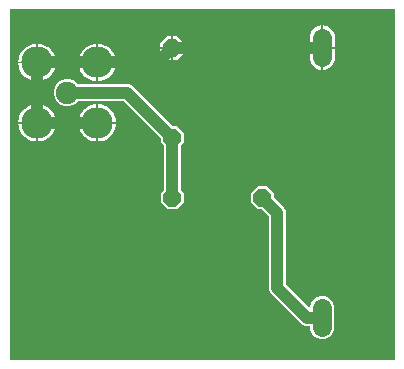
<source format=gbr>
G04 EAGLE Gerber RS-274X export*
G75*
%MOMM*%
%FSLAX34Y34*%
%LPD*%
%INTop Copper*%
%IPPOS*%
%AMOC8*
5,1,8,0,0,1.08239X$1,22.5*%
G01*
%ADD10P,1.649562X8X112.500000*%
%ADD11P,1.649562X8X22.500000*%
%ADD12C,1.625600*%
%ADD13C,1.905000*%
%ADD14C,2.667000*%
%ADD15C,1.016000*%

G36*
X327637Y2044D02*
X327637Y2044D01*
X327688Y2046D01*
X327720Y2064D01*
X327756Y2072D01*
X327795Y2105D01*
X327840Y2129D01*
X327861Y2159D01*
X327889Y2182D01*
X327910Y2229D01*
X327940Y2271D01*
X327948Y2313D01*
X327960Y2341D01*
X327959Y2371D01*
X327967Y2413D01*
X327967Y299087D01*
X327956Y299137D01*
X327954Y299188D01*
X327936Y299220D01*
X327928Y299256D01*
X327895Y299295D01*
X327871Y299340D01*
X327841Y299361D01*
X327818Y299389D01*
X327771Y299410D01*
X327729Y299440D01*
X327687Y299448D01*
X327659Y299460D01*
X327629Y299459D01*
X327587Y299467D01*
X2413Y299467D01*
X2363Y299456D01*
X2312Y299454D01*
X2280Y299436D01*
X2244Y299428D01*
X2205Y299395D01*
X2160Y299371D01*
X2139Y299341D01*
X2111Y299318D01*
X2090Y299271D01*
X2060Y299229D01*
X2052Y299187D01*
X2040Y299159D01*
X2041Y299129D01*
X2033Y299087D01*
X2033Y2413D01*
X2044Y2363D01*
X2046Y2312D01*
X2064Y2280D01*
X2072Y2244D01*
X2105Y2205D01*
X2129Y2160D01*
X2159Y2139D01*
X2182Y2111D01*
X2229Y2090D01*
X2271Y2060D01*
X2313Y2052D01*
X2341Y2040D01*
X2371Y2041D01*
X2413Y2033D01*
X327587Y2033D01*
X327637Y2044D01*
G37*
%LPC*%
G36*
X135702Y130047D02*
X135702Y130047D01*
X130047Y135702D01*
X130047Y143698D01*
X132476Y146127D01*
X132516Y146192D01*
X132560Y146254D01*
X132562Y146266D01*
X132567Y146274D01*
X132571Y146311D01*
X132587Y146396D01*
X132587Y183804D01*
X132575Y183856D01*
X132574Y183893D01*
X132564Y183910D01*
X132557Y183953D01*
X132550Y183963D01*
X132548Y183973D01*
X132524Y184002D01*
X132476Y184073D01*
X130047Y186502D01*
X130047Y189936D01*
X130030Y190010D01*
X130017Y190085D01*
X130010Y190095D01*
X130008Y190105D01*
X129984Y190134D01*
X129936Y190205D01*
X98765Y221376D01*
X98701Y221416D01*
X98639Y221460D01*
X98626Y221462D01*
X98618Y221467D01*
X98581Y221471D01*
X98496Y221487D01*
X60190Y221487D01*
X60116Y221470D01*
X60041Y221457D01*
X60031Y221450D01*
X60021Y221448D01*
X59992Y221424D01*
X59921Y221376D01*
X57347Y218802D01*
X53099Y217042D01*
X48501Y217042D01*
X44253Y218802D01*
X41002Y222053D01*
X39242Y226301D01*
X39242Y230899D01*
X41002Y235147D01*
X44253Y238398D01*
X48501Y240158D01*
X53099Y240158D01*
X57347Y238398D01*
X59921Y235824D01*
X59986Y235784D01*
X60048Y235740D01*
X60060Y235738D01*
X60068Y235733D01*
X60105Y235729D01*
X60190Y235713D01*
X103015Y235713D01*
X105629Y234630D01*
X139995Y200264D01*
X140059Y200224D01*
X140121Y200180D01*
X140134Y200178D01*
X140142Y200173D01*
X140179Y200169D01*
X140264Y200153D01*
X143698Y200153D01*
X149353Y194498D01*
X149353Y186502D01*
X146924Y184073D01*
X146895Y184027D01*
X146891Y184023D01*
X146885Y184009D01*
X146884Y184008D01*
X146840Y183946D01*
X146838Y183934D01*
X146833Y183926D01*
X146829Y183889D01*
X146828Y183884D01*
X146820Y183865D01*
X146820Y183844D01*
X146813Y183804D01*
X146813Y146396D01*
X146830Y146322D01*
X146843Y146247D01*
X146850Y146237D01*
X146852Y146227D01*
X146876Y146198D01*
X146924Y146127D01*
X149353Y143698D01*
X149353Y135702D01*
X143698Y130047D01*
X135702Y130047D01*
G37*
%LPD*%
%LPC*%
G36*
X264679Y19811D02*
X264679Y19811D01*
X260944Y21358D01*
X258086Y24216D01*
X256539Y27951D01*
X256539Y30607D01*
X256528Y30657D01*
X256526Y30708D01*
X256508Y30740D01*
X256500Y30776D01*
X256467Y30815D01*
X256443Y30860D01*
X256413Y30881D01*
X256390Y30909D01*
X256343Y30930D01*
X256301Y30960D01*
X256259Y30968D01*
X256231Y30980D01*
X256201Y30979D01*
X256159Y30987D01*
X252585Y30987D01*
X249971Y32070D01*
X222570Y59471D01*
X221487Y62085D01*
X221487Y123896D01*
X221470Y123970D01*
X221457Y124045D01*
X221450Y124055D01*
X221448Y124065D01*
X221424Y124094D01*
X221376Y124165D01*
X215605Y129936D01*
X215541Y129976D01*
X215479Y130020D01*
X215467Y130022D01*
X215458Y130027D01*
X215421Y130031D01*
X215336Y130047D01*
X211902Y130047D01*
X206247Y135702D01*
X206247Y143698D01*
X211902Y149353D01*
X219898Y149353D01*
X225553Y143698D01*
X225553Y140264D01*
X225570Y140190D01*
X225583Y140115D01*
X225590Y140105D01*
X225592Y140095D01*
X225616Y140066D01*
X225664Y139995D01*
X232576Y133083D01*
X234630Y131029D01*
X235713Y128415D01*
X235713Y66604D01*
X235730Y66530D01*
X235743Y66455D01*
X235750Y66445D01*
X235752Y66435D01*
X235776Y66406D01*
X235824Y66335D01*
X255890Y46269D01*
X255912Y46255D01*
X255928Y46235D01*
X255985Y46210D01*
X256037Y46177D01*
X256063Y46175D01*
X256087Y46164D01*
X256148Y46167D01*
X256210Y46161D01*
X256234Y46170D01*
X256260Y46171D01*
X256314Y46200D01*
X256372Y46222D01*
X256389Y46241D01*
X256412Y46254D01*
X256447Y46304D01*
X256489Y46350D01*
X256497Y46374D01*
X256512Y46395D01*
X256528Y46480D01*
X256539Y46516D01*
X256537Y46526D01*
X256539Y46538D01*
X256539Y48249D01*
X258086Y51984D01*
X260944Y54842D01*
X264679Y56389D01*
X268721Y56389D01*
X272456Y54842D01*
X275314Y51984D01*
X276861Y48249D01*
X276861Y27951D01*
X275314Y24216D01*
X272456Y21358D01*
X268721Y19811D01*
X264679Y19811D01*
G37*
%LPD*%
%LPC*%
G36*
X77060Y203862D02*
X77060Y203862D01*
X77060Y218977D01*
X77340Y218977D01*
X79403Y218705D01*
X81413Y218166D01*
X83336Y217370D01*
X85138Y216329D01*
X86789Y215063D01*
X88261Y213591D01*
X89527Y211940D01*
X90568Y210138D01*
X91364Y208215D01*
X91903Y206205D01*
X92175Y204142D01*
X92175Y203862D01*
X77060Y203862D01*
G37*
%LPD*%
%LPC*%
G36*
X77060Y254860D02*
X77060Y254860D01*
X77060Y269975D01*
X77340Y269975D01*
X79403Y269703D01*
X81413Y269164D01*
X83336Y268368D01*
X85138Y267327D01*
X86789Y266061D01*
X88261Y264589D01*
X89527Y262938D01*
X90568Y261136D01*
X91364Y259213D01*
X91903Y257203D01*
X92175Y255140D01*
X92175Y254860D01*
X77060Y254860D01*
G37*
%LPD*%
%LPC*%
G36*
X26062Y254860D02*
X26062Y254860D01*
X26062Y269975D01*
X26342Y269975D01*
X28405Y269703D01*
X30415Y269164D01*
X32338Y268368D01*
X34140Y267327D01*
X35791Y266061D01*
X37263Y264589D01*
X38529Y262938D01*
X39570Y261136D01*
X40366Y259213D01*
X40905Y257203D01*
X41177Y255140D01*
X41177Y254860D01*
X26062Y254860D01*
G37*
%LPD*%
%LPC*%
G36*
X26062Y203862D02*
X26062Y203862D01*
X26062Y218977D01*
X26342Y218977D01*
X28405Y218705D01*
X30415Y218166D01*
X32338Y217370D01*
X34140Y216329D01*
X35791Y215063D01*
X37263Y213591D01*
X38529Y211940D01*
X39570Y210138D01*
X40366Y208215D01*
X40905Y206205D01*
X41177Y204142D01*
X41177Y203862D01*
X26062Y203862D01*
G37*
%LPD*%
%LPC*%
G36*
X60423Y203862D02*
X60423Y203862D01*
X60423Y204142D01*
X60695Y206205D01*
X61234Y208215D01*
X62030Y210138D01*
X63071Y211940D01*
X63178Y212080D01*
X63178Y212081D01*
X63470Y212461D01*
X63762Y212841D01*
X64053Y213221D01*
X64054Y213221D01*
X64337Y213591D01*
X65809Y215063D01*
X67460Y216329D01*
X69262Y217370D01*
X71185Y218166D01*
X73195Y218705D01*
X75258Y218977D01*
X75538Y218977D01*
X75538Y203862D01*
X60423Y203862D01*
G37*
%LPD*%
%LPC*%
G36*
X9425Y203862D02*
X9425Y203862D01*
X9425Y204142D01*
X9697Y206205D01*
X10236Y208215D01*
X11032Y210138D01*
X12073Y211940D01*
X12180Y212080D01*
X12180Y212081D01*
X12472Y212461D01*
X12764Y212841D01*
X13055Y213221D01*
X13056Y213221D01*
X13339Y213591D01*
X14811Y215063D01*
X16462Y216329D01*
X18264Y217370D01*
X20187Y218166D01*
X22197Y218705D01*
X24260Y218977D01*
X24540Y218977D01*
X24540Y203862D01*
X9425Y203862D01*
G37*
%LPD*%
%LPC*%
G36*
X77060Y187225D02*
X77060Y187225D01*
X77060Y202340D01*
X92175Y202340D01*
X92175Y202060D01*
X91903Y199997D01*
X91364Y197987D01*
X90568Y196064D01*
X89527Y194262D01*
X89257Y193909D01*
X88965Y193529D01*
X88673Y193149D01*
X88382Y192769D01*
X88381Y192768D01*
X88261Y192611D01*
X86789Y191139D01*
X85138Y189873D01*
X83336Y188832D01*
X81413Y188036D01*
X79403Y187497D01*
X77340Y187225D01*
X77060Y187225D01*
G37*
%LPD*%
%LPC*%
G36*
X26062Y187225D02*
X26062Y187225D01*
X26062Y202340D01*
X41177Y202340D01*
X41177Y202060D01*
X40905Y199997D01*
X40366Y197987D01*
X39570Y196064D01*
X38529Y194262D01*
X38259Y193909D01*
X37967Y193529D01*
X37675Y193149D01*
X37384Y192769D01*
X37383Y192768D01*
X37263Y192611D01*
X35791Y191139D01*
X34140Y189873D01*
X32338Y188832D01*
X30415Y188036D01*
X28405Y187497D01*
X26342Y187225D01*
X26062Y187225D01*
G37*
%LPD*%
%LPC*%
G36*
X77060Y238223D02*
X77060Y238223D01*
X77060Y253338D01*
X92175Y253338D01*
X92175Y253058D01*
X91903Y250995D01*
X91364Y248985D01*
X90568Y247062D01*
X89527Y245260D01*
X89515Y245243D01*
X89514Y245243D01*
X89223Y244863D01*
X88931Y244483D01*
X88931Y244482D01*
X88639Y244102D01*
X88348Y243722D01*
X88347Y243722D01*
X88261Y243609D01*
X86789Y242137D01*
X85138Y240871D01*
X83336Y239830D01*
X81413Y239034D01*
X79403Y238495D01*
X77340Y238223D01*
X77060Y238223D01*
G37*
%LPD*%
%LPC*%
G36*
X26062Y238223D02*
X26062Y238223D01*
X26062Y253338D01*
X41177Y253338D01*
X41177Y253058D01*
X40905Y250995D01*
X40366Y248985D01*
X39570Y247062D01*
X38529Y245260D01*
X38517Y245243D01*
X38516Y245243D01*
X38225Y244863D01*
X37933Y244483D01*
X37933Y244482D01*
X37641Y244102D01*
X37350Y243722D01*
X37349Y243722D01*
X37263Y243609D01*
X35791Y242137D01*
X34140Y240871D01*
X32338Y239830D01*
X30415Y239034D01*
X28405Y238495D01*
X26342Y238223D01*
X26062Y238223D01*
G37*
%LPD*%
%LPC*%
G36*
X9425Y254860D02*
X9425Y254860D01*
X9425Y255140D01*
X9697Y257203D01*
X10236Y259213D01*
X11032Y261136D01*
X12073Y262938D01*
X12146Y263034D01*
X12438Y263414D01*
X12730Y263794D01*
X12730Y263795D01*
X13021Y264175D01*
X13313Y264555D01*
X13339Y264589D01*
X14811Y266061D01*
X16462Y267327D01*
X18264Y268368D01*
X20187Y269164D01*
X22197Y269703D01*
X24260Y269975D01*
X24540Y269975D01*
X24540Y254860D01*
X9425Y254860D01*
G37*
%LPD*%
%LPC*%
G36*
X60423Y254860D02*
X60423Y254860D01*
X60423Y255140D01*
X60695Y257203D01*
X61234Y259213D01*
X62030Y261136D01*
X63071Y262938D01*
X63144Y263034D01*
X63436Y263414D01*
X63728Y263794D01*
X63728Y263795D01*
X64019Y264175D01*
X64311Y264555D01*
X64337Y264589D01*
X65809Y266061D01*
X67460Y267327D01*
X69262Y268368D01*
X71185Y269164D01*
X73195Y269703D01*
X75258Y269975D01*
X75538Y269975D01*
X75538Y254860D01*
X60423Y254860D01*
G37*
%LPD*%
%LPC*%
G36*
X75258Y187225D02*
X75258Y187225D01*
X73195Y187497D01*
X71185Y188036D01*
X69262Y188832D01*
X67460Y189873D01*
X65809Y191139D01*
X64337Y192611D01*
X63071Y194262D01*
X62030Y196064D01*
X61234Y197987D01*
X61138Y198342D01*
X60695Y199997D01*
X60423Y202060D01*
X60423Y202340D01*
X75538Y202340D01*
X75538Y187225D01*
X75258Y187225D01*
G37*
%LPD*%
%LPC*%
G36*
X24260Y187225D02*
X24260Y187225D01*
X22197Y187497D01*
X20187Y188036D01*
X18264Y188832D01*
X16462Y189873D01*
X14811Y191139D01*
X13339Y192611D01*
X12073Y194262D01*
X11032Y196064D01*
X10236Y197987D01*
X10140Y198342D01*
X9697Y199997D01*
X9425Y202060D01*
X9425Y202340D01*
X24540Y202340D01*
X24540Y187225D01*
X24260Y187225D01*
G37*
%LPD*%
%LPC*%
G36*
X75258Y238223D02*
X75258Y238223D01*
X73195Y238495D01*
X71185Y239034D01*
X69262Y239830D01*
X67460Y240871D01*
X65809Y242137D01*
X64337Y243609D01*
X63071Y245260D01*
X62030Y247062D01*
X61234Y248985D01*
X60695Y250995D01*
X60423Y253058D01*
X60423Y253338D01*
X75538Y253338D01*
X75538Y238223D01*
X75258Y238223D01*
G37*
%LPD*%
%LPC*%
G36*
X24260Y238223D02*
X24260Y238223D01*
X22197Y238495D01*
X20187Y239034D01*
X18264Y239830D01*
X16462Y240871D01*
X14811Y242137D01*
X13339Y243609D01*
X12073Y245260D01*
X11032Y247062D01*
X10236Y248985D01*
X9697Y250995D01*
X9425Y253058D01*
X9425Y253338D01*
X24540Y253338D01*
X24540Y238223D01*
X24260Y238223D01*
G37*
%LPD*%
%LPC*%
G36*
X267461Y267461D02*
X267461Y267461D01*
X267461Y285497D01*
X267540Y285497D01*
X269198Y285234D01*
X270795Y284715D01*
X272292Y283953D01*
X273650Y282966D01*
X274838Y281778D01*
X275825Y280420D01*
X276587Y278923D01*
X277106Y277326D01*
X277369Y275668D01*
X277369Y267461D01*
X267461Y267461D01*
G37*
%LPD*%
%LPC*%
G36*
X267461Y247903D02*
X267461Y247903D01*
X267461Y265939D01*
X277369Y265939D01*
X277369Y257732D01*
X277106Y256074D01*
X276587Y254477D01*
X275825Y252980D01*
X274838Y251622D01*
X273650Y250434D01*
X272292Y249447D01*
X270795Y248685D01*
X269198Y248166D01*
X267540Y247903D01*
X267461Y247903D01*
G37*
%LPD*%
%LPC*%
G36*
X256031Y267461D02*
X256031Y267461D01*
X256031Y275668D01*
X256294Y277326D01*
X256813Y278923D01*
X257575Y280420D01*
X258562Y281778D01*
X259750Y282966D01*
X261108Y283953D01*
X262605Y284715D01*
X264202Y285234D01*
X265860Y285497D01*
X265939Y285497D01*
X265939Y267461D01*
X256031Y267461D01*
G37*
%LPD*%
%LPC*%
G36*
X265860Y247903D02*
X265860Y247903D01*
X264202Y248166D01*
X262605Y248685D01*
X261108Y249447D01*
X259750Y250434D01*
X258562Y251622D01*
X257575Y252980D01*
X256813Y254477D01*
X256294Y256074D01*
X256031Y257732D01*
X256031Y265939D01*
X265939Y265939D01*
X265939Y247903D01*
X265860Y247903D01*
G37*
%LPD*%
%LPC*%
G36*
X140461Y267461D02*
X140461Y267461D01*
X140461Y276861D01*
X143909Y276861D01*
X149861Y270909D01*
X149861Y267461D01*
X140461Y267461D01*
G37*
%LPD*%
%LPC*%
G36*
X129539Y267461D02*
X129539Y267461D01*
X129539Y270909D01*
X135491Y276861D01*
X138939Y276861D01*
X138939Y267461D01*
X129539Y267461D01*
G37*
%LPD*%
%LPC*%
G36*
X140461Y256539D02*
X140461Y256539D01*
X140461Y265939D01*
X149861Y265939D01*
X149861Y262491D01*
X143909Y256539D01*
X140461Y256539D01*
G37*
%LPD*%
%LPC*%
G36*
X135491Y256539D02*
X135491Y256539D01*
X129539Y262491D01*
X129539Y265939D01*
X138939Y265939D01*
X138939Y256539D01*
X135491Y256539D01*
G37*
%LPD*%
%LPC*%
G36*
X25300Y254098D02*
X25300Y254098D01*
X25300Y254100D01*
X25302Y254100D01*
X25302Y254098D01*
X25300Y254098D01*
G37*
%LPD*%
%LPC*%
G36*
X76298Y254098D02*
X76298Y254098D01*
X76298Y254100D01*
X76300Y254100D01*
X76300Y254098D01*
X76298Y254098D01*
G37*
%LPD*%
%LPC*%
G36*
X76298Y203100D02*
X76298Y203100D01*
X76298Y203102D01*
X76300Y203102D01*
X76300Y203100D01*
X76298Y203100D01*
G37*
%LPD*%
%LPC*%
G36*
X25300Y203100D02*
X25300Y203100D01*
X25300Y203102D01*
X25302Y203102D01*
X25302Y203100D01*
X25300Y203100D01*
G37*
%LPD*%
%LPC*%
G36*
X139699Y266699D02*
X139699Y266699D01*
X139699Y266701D01*
X139701Y266701D01*
X139701Y266699D01*
X139699Y266699D01*
G37*
%LPD*%
%LPC*%
G36*
X266699Y266699D02*
X266699Y266699D01*
X266699Y266701D01*
X266701Y266701D01*
X266701Y266699D01*
X266699Y266699D01*
G37*
%LPD*%
D10*
X139700Y190500D03*
X139700Y266700D03*
D11*
X139700Y139700D03*
X215900Y139700D03*
D12*
X266700Y46228D02*
X266700Y29972D01*
X266700Y258572D02*
X266700Y274828D01*
D13*
X50800Y228600D03*
D14*
X76299Y203101D03*
X25301Y203101D03*
X25301Y254099D03*
X76299Y254099D03*
D15*
X101600Y228600D02*
X50800Y228600D01*
X101600Y228600D02*
X139700Y190500D01*
X139700Y139700D01*
X215900Y139700D02*
X228600Y127000D01*
X228600Y63500D01*
X254000Y38100D01*
X266700Y38100D01*
X76299Y203101D02*
X25301Y203101D01*
X25301Y254099D01*
X127000Y254000D02*
X139700Y266700D01*
X266700Y266700D01*
X76299Y254099D02*
X25301Y254099D01*
X126901Y254099D02*
X127000Y254000D01*
X126901Y254099D02*
X76299Y254099D01*
M02*

</source>
